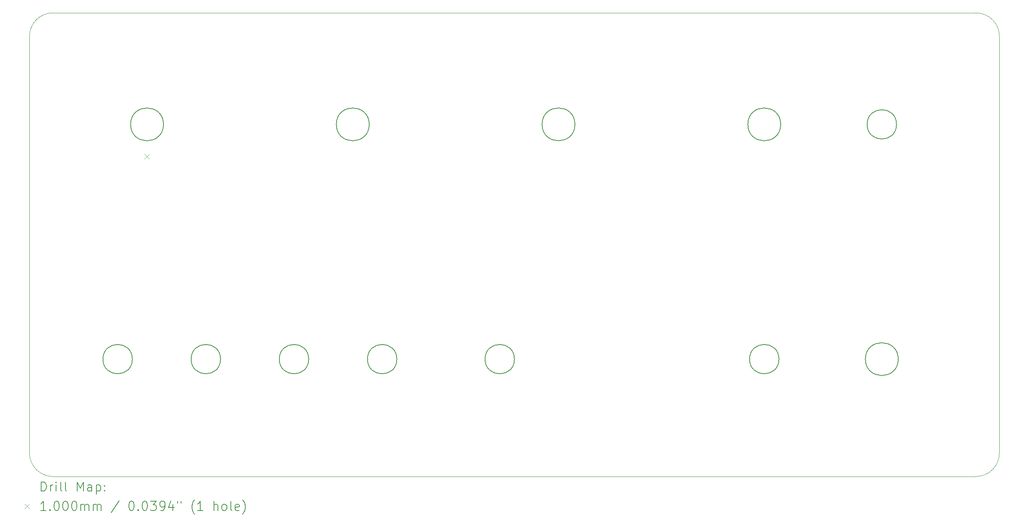
<source format=gbr>
%FSLAX45Y45*%
G04 Gerber Fmt 4.5, Leading zero omitted, Abs format (unit mm)*
G04 Created by KiCad (PCBNEW 6.0.5+dfsg-1~bpo11+1) date 2022-08-10 11:57:18*
%MOMM*%
%LPD*%
G01*
G04 APERTURE LIST*
%TA.AperFunction,Profile*%
%ADD10C,0.150000*%
%TD*%
%TA.AperFunction,Profile*%
%ADD11C,0.100000*%
%TD*%
%ADD12C,0.200000*%
%ADD13C,0.100000*%
G04 APERTURE END LIST*
D10*
X15213575Y-7111458D02*
G75*
G03*
X15213575Y-7111458I-355000J0D01*
G01*
D11*
X23876000Y-4699000D02*
X3937000Y-4699000D01*
D10*
X19659000Y-7112000D02*
G75*
G03*
X19659000Y-7112000I-355000J0D01*
G01*
X22199000Y-12192000D02*
G75*
G03*
X22199000Y-12192000I-355000J0D01*
G01*
X10769000Y-7112000D02*
G75*
G03*
X10769000Y-7112000I-355000J0D01*
G01*
D11*
X3937000Y-4699000D02*
G75*
G03*
X3429000Y-5207000I0J-508000D01*
G01*
D10*
X22161500Y-7112000D02*
G75*
G03*
X22161500Y-7112000I-317500J0D01*
G01*
X9461500Y-12192000D02*
G75*
G03*
X9461500Y-12192000I-317500J0D01*
G01*
D11*
X3937000Y-14732000D02*
X23876000Y-14732000D01*
X24384000Y-14224000D02*
X24384000Y-5207000D01*
X23876000Y-14732000D02*
G75*
G03*
X24384000Y-14224000I0J508000D01*
G01*
D10*
X6324000Y-7112000D02*
G75*
G03*
X6324000Y-7112000I-355000J0D01*
G01*
X19621500Y-12192000D02*
G75*
G03*
X19621500Y-12192000I-317500J0D01*
G01*
D11*
X3429000Y-14224000D02*
G75*
G03*
X3937000Y-14732000I508000J0D01*
G01*
D10*
X13906500Y-12192000D02*
G75*
G03*
X13906500Y-12192000I-317500J0D01*
G01*
X5651500Y-12192000D02*
G75*
G03*
X5651500Y-12192000I-317500J0D01*
G01*
X7556500Y-12192000D02*
G75*
G03*
X7556500Y-12192000I-317500J0D01*
G01*
D11*
X24384000Y-5207000D02*
G75*
G03*
X23876000Y-4699000I-508000J0D01*
G01*
D10*
X11366500Y-12192000D02*
G75*
G03*
X11366500Y-12192000I-317500J0D01*
G01*
D11*
X3429000Y-5207000D02*
X3429000Y-14224000D01*
D12*
D13*
X5919000Y-7760500D02*
X6019000Y-7860500D01*
X6019000Y-7760500D02*
X5919000Y-7860500D01*
D12*
X3681619Y-15047476D02*
X3681619Y-14847476D01*
X3729238Y-14847476D01*
X3757809Y-14857000D01*
X3776857Y-14876048D01*
X3786381Y-14895095D01*
X3795905Y-14933190D01*
X3795905Y-14961762D01*
X3786381Y-14999857D01*
X3776857Y-15018905D01*
X3757809Y-15037952D01*
X3729238Y-15047476D01*
X3681619Y-15047476D01*
X3881619Y-15047476D02*
X3881619Y-14914143D01*
X3881619Y-14952238D02*
X3891143Y-14933190D01*
X3900667Y-14923667D01*
X3919714Y-14914143D01*
X3938762Y-14914143D01*
X4005428Y-15047476D02*
X4005428Y-14914143D01*
X4005428Y-14847476D02*
X3995905Y-14857000D01*
X4005428Y-14866524D01*
X4014952Y-14857000D01*
X4005428Y-14847476D01*
X4005428Y-14866524D01*
X4129238Y-15047476D02*
X4110190Y-15037952D01*
X4100667Y-15018905D01*
X4100667Y-14847476D01*
X4234000Y-15047476D02*
X4214952Y-15037952D01*
X4205429Y-15018905D01*
X4205429Y-14847476D01*
X4462571Y-15047476D02*
X4462571Y-14847476D01*
X4529238Y-14990333D01*
X4595905Y-14847476D01*
X4595905Y-15047476D01*
X4776857Y-15047476D02*
X4776857Y-14942714D01*
X4767333Y-14923667D01*
X4748286Y-14914143D01*
X4710190Y-14914143D01*
X4691143Y-14923667D01*
X4776857Y-15037952D02*
X4757810Y-15047476D01*
X4710190Y-15047476D01*
X4691143Y-15037952D01*
X4681619Y-15018905D01*
X4681619Y-14999857D01*
X4691143Y-14980809D01*
X4710190Y-14971286D01*
X4757810Y-14971286D01*
X4776857Y-14961762D01*
X4872095Y-14914143D02*
X4872095Y-15114143D01*
X4872095Y-14923667D02*
X4891143Y-14914143D01*
X4929238Y-14914143D01*
X4948286Y-14923667D01*
X4957810Y-14933190D01*
X4967333Y-14952238D01*
X4967333Y-15009381D01*
X4957810Y-15028428D01*
X4948286Y-15037952D01*
X4929238Y-15047476D01*
X4891143Y-15047476D01*
X4872095Y-15037952D01*
X5053048Y-15028428D02*
X5062571Y-15037952D01*
X5053048Y-15047476D01*
X5043524Y-15037952D01*
X5053048Y-15028428D01*
X5053048Y-15047476D01*
X5053048Y-14923667D02*
X5062571Y-14933190D01*
X5053048Y-14942714D01*
X5043524Y-14933190D01*
X5053048Y-14923667D01*
X5053048Y-14942714D01*
D13*
X3324000Y-15327000D02*
X3424000Y-15427000D01*
X3424000Y-15327000D02*
X3324000Y-15427000D01*
D12*
X3786381Y-15467476D02*
X3672095Y-15467476D01*
X3729238Y-15467476D02*
X3729238Y-15267476D01*
X3710190Y-15296048D01*
X3691143Y-15315095D01*
X3672095Y-15324619D01*
X3872095Y-15448428D02*
X3881619Y-15457952D01*
X3872095Y-15467476D01*
X3862571Y-15457952D01*
X3872095Y-15448428D01*
X3872095Y-15467476D01*
X4005428Y-15267476D02*
X4024476Y-15267476D01*
X4043524Y-15277000D01*
X4053048Y-15286524D01*
X4062571Y-15305571D01*
X4072095Y-15343667D01*
X4072095Y-15391286D01*
X4062571Y-15429381D01*
X4053048Y-15448428D01*
X4043524Y-15457952D01*
X4024476Y-15467476D01*
X4005428Y-15467476D01*
X3986381Y-15457952D01*
X3976857Y-15448428D01*
X3967333Y-15429381D01*
X3957809Y-15391286D01*
X3957809Y-15343667D01*
X3967333Y-15305571D01*
X3976857Y-15286524D01*
X3986381Y-15277000D01*
X4005428Y-15267476D01*
X4195905Y-15267476D02*
X4214952Y-15267476D01*
X4234000Y-15277000D01*
X4243524Y-15286524D01*
X4253048Y-15305571D01*
X4262571Y-15343667D01*
X4262571Y-15391286D01*
X4253048Y-15429381D01*
X4243524Y-15448428D01*
X4234000Y-15457952D01*
X4214952Y-15467476D01*
X4195905Y-15467476D01*
X4176857Y-15457952D01*
X4167333Y-15448428D01*
X4157809Y-15429381D01*
X4148286Y-15391286D01*
X4148286Y-15343667D01*
X4157809Y-15305571D01*
X4167333Y-15286524D01*
X4176857Y-15277000D01*
X4195905Y-15267476D01*
X4386381Y-15267476D02*
X4405429Y-15267476D01*
X4424476Y-15277000D01*
X4434000Y-15286524D01*
X4443524Y-15305571D01*
X4453048Y-15343667D01*
X4453048Y-15391286D01*
X4443524Y-15429381D01*
X4434000Y-15448428D01*
X4424476Y-15457952D01*
X4405429Y-15467476D01*
X4386381Y-15467476D01*
X4367333Y-15457952D01*
X4357810Y-15448428D01*
X4348286Y-15429381D01*
X4338762Y-15391286D01*
X4338762Y-15343667D01*
X4348286Y-15305571D01*
X4357810Y-15286524D01*
X4367333Y-15277000D01*
X4386381Y-15267476D01*
X4538762Y-15467476D02*
X4538762Y-15334143D01*
X4538762Y-15353190D02*
X4548286Y-15343667D01*
X4567333Y-15334143D01*
X4595905Y-15334143D01*
X4614952Y-15343667D01*
X4624476Y-15362714D01*
X4624476Y-15467476D01*
X4624476Y-15362714D02*
X4634000Y-15343667D01*
X4653048Y-15334143D01*
X4681619Y-15334143D01*
X4700667Y-15343667D01*
X4710190Y-15362714D01*
X4710190Y-15467476D01*
X4805429Y-15467476D02*
X4805429Y-15334143D01*
X4805429Y-15353190D02*
X4814952Y-15343667D01*
X4834000Y-15334143D01*
X4862571Y-15334143D01*
X4881619Y-15343667D01*
X4891143Y-15362714D01*
X4891143Y-15467476D01*
X4891143Y-15362714D02*
X4900667Y-15343667D01*
X4919714Y-15334143D01*
X4948286Y-15334143D01*
X4967333Y-15343667D01*
X4976857Y-15362714D01*
X4976857Y-15467476D01*
X5367333Y-15257952D02*
X5195905Y-15515095D01*
X5624476Y-15267476D02*
X5643524Y-15267476D01*
X5662571Y-15277000D01*
X5672095Y-15286524D01*
X5681619Y-15305571D01*
X5691143Y-15343667D01*
X5691143Y-15391286D01*
X5681619Y-15429381D01*
X5672095Y-15448428D01*
X5662571Y-15457952D01*
X5643524Y-15467476D01*
X5624476Y-15467476D01*
X5605428Y-15457952D01*
X5595905Y-15448428D01*
X5586381Y-15429381D01*
X5576857Y-15391286D01*
X5576857Y-15343667D01*
X5586381Y-15305571D01*
X5595905Y-15286524D01*
X5605428Y-15277000D01*
X5624476Y-15267476D01*
X5776857Y-15448428D02*
X5786381Y-15457952D01*
X5776857Y-15467476D01*
X5767333Y-15457952D01*
X5776857Y-15448428D01*
X5776857Y-15467476D01*
X5910190Y-15267476D02*
X5929238Y-15267476D01*
X5948286Y-15277000D01*
X5957809Y-15286524D01*
X5967333Y-15305571D01*
X5976857Y-15343667D01*
X5976857Y-15391286D01*
X5967333Y-15429381D01*
X5957809Y-15448428D01*
X5948286Y-15457952D01*
X5929238Y-15467476D01*
X5910190Y-15467476D01*
X5891143Y-15457952D01*
X5881619Y-15448428D01*
X5872095Y-15429381D01*
X5862571Y-15391286D01*
X5862571Y-15343667D01*
X5872095Y-15305571D01*
X5881619Y-15286524D01*
X5891143Y-15277000D01*
X5910190Y-15267476D01*
X6043524Y-15267476D02*
X6167333Y-15267476D01*
X6100667Y-15343667D01*
X6129238Y-15343667D01*
X6148286Y-15353190D01*
X6157809Y-15362714D01*
X6167333Y-15381762D01*
X6167333Y-15429381D01*
X6157809Y-15448428D01*
X6148286Y-15457952D01*
X6129238Y-15467476D01*
X6072095Y-15467476D01*
X6053048Y-15457952D01*
X6043524Y-15448428D01*
X6262571Y-15467476D02*
X6300667Y-15467476D01*
X6319714Y-15457952D01*
X6329238Y-15448428D01*
X6348286Y-15419857D01*
X6357809Y-15381762D01*
X6357809Y-15305571D01*
X6348286Y-15286524D01*
X6338762Y-15277000D01*
X6319714Y-15267476D01*
X6281619Y-15267476D01*
X6262571Y-15277000D01*
X6253048Y-15286524D01*
X6243524Y-15305571D01*
X6243524Y-15353190D01*
X6253048Y-15372238D01*
X6262571Y-15381762D01*
X6281619Y-15391286D01*
X6319714Y-15391286D01*
X6338762Y-15381762D01*
X6348286Y-15372238D01*
X6357809Y-15353190D01*
X6529238Y-15334143D02*
X6529238Y-15467476D01*
X6481619Y-15257952D02*
X6434000Y-15400809D01*
X6557809Y-15400809D01*
X6624476Y-15267476D02*
X6624476Y-15305571D01*
X6700667Y-15267476D02*
X6700667Y-15305571D01*
X6995905Y-15543667D02*
X6986381Y-15534143D01*
X6967333Y-15505571D01*
X6957809Y-15486524D01*
X6948286Y-15457952D01*
X6938762Y-15410333D01*
X6938762Y-15372238D01*
X6948286Y-15324619D01*
X6957809Y-15296048D01*
X6967333Y-15277000D01*
X6986381Y-15248428D01*
X6995905Y-15238905D01*
X7176857Y-15467476D02*
X7062571Y-15467476D01*
X7119714Y-15467476D02*
X7119714Y-15267476D01*
X7100667Y-15296048D01*
X7081619Y-15315095D01*
X7062571Y-15324619D01*
X7414952Y-15467476D02*
X7414952Y-15267476D01*
X7500667Y-15467476D02*
X7500667Y-15362714D01*
X7491143Y-15343667D01*
X7472095Y-15334143D01*
X7443524Y-15334143D01*
X7424476Y-15343667D01*
X7414952Y-15353190D01*
X7624476Y-15467476D02*
X7605428Y-15457952D01*
X7595905Y-15448428D01*
X7586381Y-15429381D01*
X7586381Y-15372238D01*
X7595905Y-15353190D01*
X7605428Y-15343667D01*
X7624476Y-15334143D01*
X7653048Y-15334143D01*
X7672095Y-15343667D01*
X7681619Y-15353190D01*
X7691143Y-15372238D01*
X7691143Y-15429381D01*
X7681619Y-15448428D01*
X7672095Y-15457952D01*
X7653048Y-15467476D01*
X7624476Y-15467476D01*
X7805428Y-15467476D02*
X7786381Y-15457952D01*
X7776857Y-15438905D01*
X7776857Y-15267476D01*
X7957809Y-15457952D02*
X7938762Y-15467476D01*
X7900667Y-15467476D01*
X7881619Y-15457952D01*
X7872095Y-15438905D01*
X7872095Y-15362714D01*
X7881619Y-15343667D01*
X7900667Y-15334143D01*
X7938762Y-15334143D01*
X7957809Y-15343667D01*
X7967333Y-15362714D01*
X7967333Y-15381762D01*
X7872095Y-15400809D01*
X8034000Y-15543667D02*
X8043524Y-15534143D01*
X8062571Y-15505571D01*
X8072095Y-15486524D01*
X8081619Y-15457952D01*
X8091143Y-15410333D01*
X8091143Y-15372238D01*
X8081619Y-15324619D01*
X8072095Y-15296048D01*
X8062571Y-15277000D01*
X8043524Y-15248428D01*
X8034000Y-15238905D01*
M02*

</source>
